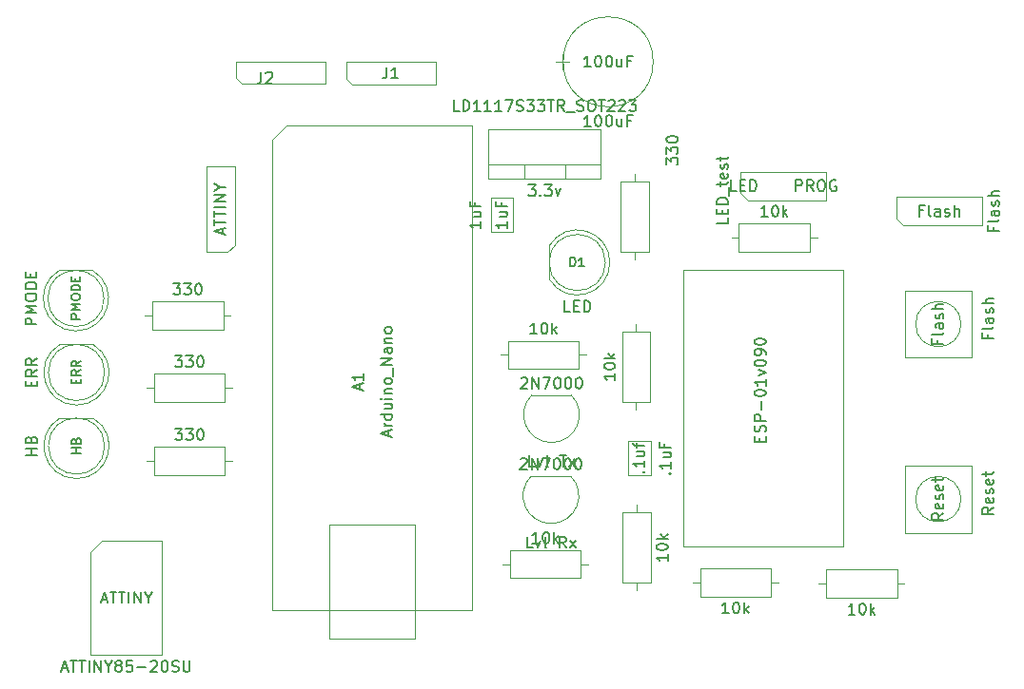
<source format=gbr>
G04 #@! TF.FileFunction,Other,Fab,Top*
%FSLAX46Y46*%
G04 Gerber Fmt 4.6, Leading zero omitted, Abs format (unit mm)*
G04 Created by KiCad (PCBNEW 4.0.7) date 12/08/18 05:52:10*
%MOMM*%
%LPD*%
G01*
G04 APERTURE LIST*
%ADD10C,0.100000*%
%ADD11C,0.050000*%
%ADD12C,0.150000*%
%ADD13C,0.200000*%
G04 APERTURE END LIST*
D10*
X142725001Y-118932600D02*
X150345001Y-118932600D01*
X150345001Y-118932600D02*
X150345001Y-129092600D01*
X150345001Y-129092600D02*
X142725001Y-129092600D01*
X142725001Y-129092600D02*
X142725001Y-118932600D01*
X155425001Y-126552600D02*
X137645001Y-126552600D01*
X137645001Y-126552600D02*
X137645001Y-84642600D01*
X137645001Y-84642600D02*
X138915001Y-83372600D01*
X138915001Y-83372600D02*
X155425001Y-83372600D01*
X155425001Y-83372600D02*
X155425001Y-126552600D01*
X159038800Y-89869200D02*
X157038800Y-89869200D01*
X157038800Y-89869200D02*
X157038800Y-92869200D01*
X157038800Y-92869200D02*
X159038800Y-92869200D01*
X159038800Y-92869200D02*
X159038800Y-89869200D01*
X171498400Y-77724000D02*
G75*
G03X171498400Y-77724000I-4000000J0D01*
G01*
X162798400Y-77724000D02*
X163998400Y-77724000D01*
X163398400Y-77074000D02*
X163398400Y-78374000D01*
X169281600Y-114550000D02*
X171281600Y-114550000D01*
X171281600Y-114550000D02*
X171281600Y-111550000D01*
X171281600Y-111550000D02*
X169281600Y-111550000D01*
X169281600Y-111550000D02*
X169281600Y-114550000D01*
X162244384Y-97075266D02*
G75*
G03X162244400Y-94135906I2500016J1469666D01*
G01*
X167244400Y-95605600D02*
G75*
G03X167244400Y-95605600I-2500000J0D01*
G01*
X162244400Y-94135906D02*
X162244400Y-97075294D01*
X118723134Y-109463184D02*
G75*
G03X121662494Y-109463200I1469666J-2500016D01*
G01*
X122692800Y-111963200D02*
G75*
G03X122692800Y-111963200I-2500000J0D01*
G01*
X121662494Y-109463200D02*
X118723106Y-109463200D01*
X118723134Y-102909984D02*
G75*
G03X121662494Y-102910000I1469666J-2500016D01*
G01*
X122692800Y-105410000D02*
G75*
G03X122692800Y-105410000I-2500000J0D01*
G01*
X121662494Y-102910000D02*
X118723106Y-102910000D01*
X118672334Y-96305984D02*
G75*
G03X121611694Y-96306000I1469666J-2500016D01*
G01*
X122642000Y-98806000D02*
G75*
G03X122642000Y-98806000I-2500000J0D01*
G01*
X121611694Y-96306000D02*
X118672306Y-96306000D01*
X144186400Y-79240000D02*
X144186400Y-77740000D01*
X144186400Y-77740000D02*
X152186400Y-77740000D01*
X152186400Y-77740000D02*
X152186400Y-79740000D01*
X152186400Y-79740000D02*
X144686400Y-79740000D01*
X144686400Y-79740000D02*
X144186400Y-79240000D01*
X134382000Y-79189200D02*
X134382000Y-77689200D01*
X134382000Y-77689200D02*
X142382000Y-77689200D01*
X142382000Y-77689200D02*
X142382000Y-79689200D01*
X142382000Y-79689200D02*
X134882000Y-79689200D01*
X134882000Y-79689200D02*
X134382000Y-79189200D01*
X164147600Y-114632800D02*
X160647600Y-114632800D01*
X160653975Y-114629175D02*
G75*
G03X162407600Y-118862800I1753625J-1753625D01*
G01*
X164161225Y-114629175D02*
G75*
G02X162407600Y-118862800I-1753625J-1753625D01*
G01*
X164198400Y-107419200D02*
X160698400Y-107419200D01*
X160704775Y-107415575D02*
G75*
G03X162458400Y-111649200I1753625J-1753625D01*
G01*
X164212025Y-107415575D02*
G75*
G02X162458400Y-111649200I-1753625J-1753625D01*
G01*
X164897200Y-105085200D02*
X164897200Y-102585200D01*
X164897200Y-102585200D02*
X158597200Y-102585200D01*
X158597200Y-102585200D02*
X158597200Y-105085200D01*
X158597200Y-105085200D02*
X164897200Y-105085200D01*
X165557200Y-103835200D02*
X164897200Y-103835200D01*
X157937200Y-103835200D02*
X158597200Y-103835200D01*
X165049600Y-123728800D02*
X165049600Y-121228800D01*
X165049600Y-121228800D02*
X158749600Y-121228800D01*
X158749600Y-121228800D02*
X158749600Y-123728800D01*
X158749600Y-123728800D02*
X165049600Y-123728800D01*
X165709600Y-122478800D02*
X165049600Y-122478800D01*
X158089600Y-122478800D02*
X158749600Y-122478800D01*
X133401200Y-114534000D02*
X133401200Y-112034000D01*
X133401200Y-112034000D02*
X127101200Y-112034000D01*
X127101200Y-112034000D02*
X127101200Y-114534000D01*
X127101200Y-114534000D02*
X133401200Y-114534000D01*
X134061200Y-113284000D02*
X133401200Y-113284000D01*
X126441200Y-113284000D02*
X127101200Y-113284000D01*
X133401200Y-108031600D02*
X133401200Y-105531600D01*
X133401200Y-105531600D02*
X127101200Y-105531600D01*
X127101200Y-105531600D02*
X127101200Y-108031600D01*
X127101200Y-108031600D02*
X133401200Y-108031600D01*
X134061200Y-106781600D02*
X133401200Y-106781600D01*
X126441200Y-106781600D02*
X127101200Y-106781600D01*
X175666000Y-122854400D02*
X175666000Y-125354400D01*
X175666000Y-125354400D02*
X181966000Y-125354400D01*
X181966000Y-125354400D02*
X181966000Y-122854400D01*
X181966000Y-122854400D02*
X175666000Y-122854400D01*
X175006000Y-124104400D02*
X175666000Y-124104400D01*
X182626000Y-124104400D02*
X181966000Y-124104400D01*
X133248800Y-101580000D02*
X133248800Y-99080000D01*
X133248800Y-99080000D02*
X126948800Y-99080000D01*
X126948800Y-99080000D02*
X126948800Y-101580000D01*
X126948800Y-101580000D02*
X133248800Y-101580000D01*
X133908800Y-100330000D02*
X133248800Y-100330000D01*
X126288800Y-100330000D02*
X126948800Y-100330000D01*
X171226800Y-101752000D02*
X168726800Y-101752000D01*
X168726800Y-101752000D02*
X168726800Y-108052000D01*
X168726800Y-108052000D02*
X171226800Y-108052000D01*
X171226800Y-108052000D02*
X171226800Y-101752000D01*
X169976800Y-101092000D02*
X169976800Y-101752000D01*
X169976800Y-108712000D02*
X169976800Y-108052000D01*
X185420400Y-94620400D02*
X185420400Y-92120400D01*
X185420400Y-92120400D02*
X179120400Y-92120400D01*
X179120400Y-92120400D02*
X179120400Y-94620400D01*
X179120400Y-94620400D02*
X185420400Y-94620400D01*
X186080400Y-93370400D02*
X185420400Y-93370400D01*
X178460400Y-93370400D02*
X179120400Y-93370400D01*
X171125200Y-88391600D02*
X168625200Y-88391600D01*
X168625200Y-88391600D02*
X168625200Y-94691600D01*
X168625200Y-94691600D02*
X171125200Y-94691600D01*
X171125200Y-94691600D02*
X171125200Y-88391600D01*
X169875200Y-87731600D02*
X169875200Y-88391600D01*
X169875200Y-95351600D02*
X169875200Y-94691600D01*
X186892800Y-122956000D02*
X186892800Y-125456000D01*
X186892800Y-125456000D02*
X193192800Y-125456000D01*
X193192800Y-125456000D02*
X193192800Y-122956000D01*
X193192800Y-122956000D02*
X186892800Y-122956000D01*
X186232800Y-124206000D02*
X186892800Y-124206000D01*
X193852800Y-124206000D02*
X193192800Y-124206000D01*
X168777600Y-124155600D02*
X171277600Y-124155600D01*
X171277600Y-124155600D02*
X171277600Y-117855600D01*
X171277600Y-117855600D02*
X168777600Y-117855600D01*
X168777600Y-117855600D02*
X168777600Y-124155600D01*
X170027600Y-124815600D02*
X170027600Y-124155600D01*
X170027600Y-117195600D02*
X170027600Y-117855600D01*
X133629400Y-94691200D02*
X131724400Y-94691200D01*
X131724400Y-94691200D02*
X131724400Y-87071200D01*
X131724400Y-87071200D02*
X134264400Y-87071200D01*
X134264400Y-87071200D02*
X134264400Y-94056200D01*
X134264400Y-94056200D02*
X133629400Y-94691200D01*
X193864800Y-116688800D02*
X193864800Y-113688800D01*
X193864800Y-113688800D02*
X199864800Y-113688800D01*
X199864800Y-113688800D02*
X199864800Y-119688800D01*
X199864800Y-119688800D02*
X193864800Y-119688800D01*
X193864800Y-119688800D02*
X193864800Y-116688800D01*
X198880364Y-116688800D02*
G75*
G03X198880364Y-116688800I-2015564J0D01*
G01*
X193141600Y-91668600D02*
X193141600Y-89763600D01*
X193141600Y-89763600D02*
X200761600Y-89763600D01*
X200761600Y-89763600D02*
X200761600Y-92303600D01*
X200761600Y-92303600D02*
X193776600Y-92303600D01*
X193776600Y-92303600D02*
X193141600Y-91668600D01*
X179273200Y-89433400D02*
X179273200Y-87528400D01*
X179273200Y-87528400D02*
X186893200Y-87528400D01*
X186893200Y-87528400D02*
X186893200Y-90068400D01*
X186893200Y-90068400D02*
X179908200Y-90068400D01*
X179908200Y-90068400D02*
X179273200Y-89433400D01*
X193864800Y-101093200D02*
X193864800Y-98093200D01*
X193864800Y-98093200D02*
X199864800Y-98093200D01*
X199864800Y-98093200D02*
X199864800Y-104093200D01*
X199864800Y-104093200D02*
X193864800Y-104093200D01*
X193864800Y-104093200D02*
X193864800Y-101093200D01*
X198880364Y-101093200D02*
G75*
G03X198880364Y-101093200I-2015564J0D01*
G01*
X166848800Y-88098000D02*
X166848800Y-83698000D01*
X166848800Y-83698000D02*
X156848800Y-83698000D01*
X156848800Y-83698000D02*
X156848800Y-88098000D01*
X156848800Y-88098000D02*
X166848800Y-88098000D01*
X166848800Y-86828000D02*
X156848800Y-86828000D01*
X163698800Y-88098000D02*
X163698800Y-86828000D01*
X159998800Y-88098000D02*
X159998800Y-86828000D01*
D11*
X174193200Y-120904000D02*
X174193200Y-96266000D01*
X174193200Y-96266000D02*
X188417200Y-96266000D01*
X188417200Y-96266000D02*
X188417200Y-120904000D01*
X188417200Y-120904000D02*
X174193200Y-120904000D01*
D10*
X122437400Y-120396000D02*
X127787400Y-120396000D01*
X127787400Y-120396000D02*
X127787400Y-130556000D01*
X127787400Y-130556000D02*
X121437400Y-130556000D01*
X121437400Y-130556000D02*
X121437400Y-121396000D01*
X121437400Y-121396000D02*
X122437400Y-120396000D01*
D12*
X147971668Y-111089743D02*
X147971668Y-110613552D01*
X148257382Y-111184981D02*
X147257382Y-110851648D01*
X148257382Y-110518314D01*
X148257382Y-110184981D02*
X147590715Y-110184981D01*
X147781191Y-110184981D02*
X147685953Y-110137362D01*
X147638334Y-110089743D01*
X147590715Y-109994505D01*
X147590715Y-109899266D01*
X148257382Y-109137361D02*
X147257382Y-109137361D01*
X148209763Y-109137361D02*
X148257382Y-109232599D01*
X148257382Y-109423076D01*
X148209763Y-109518314D01*
X148162144Y-109565933D01*
X148066906Y-109613552D01*
X147781191Y-109613552D01*
X147685953Y-109565933D01*
X147638334Y-109518314D01*
X147590715Y-109423076D01*
X147590715Y-109232599D01*
X147638334Y-109137361D01*
X147590715Y-108232599D02*
X148257382Y-108232599D01*
X147590715Y-108661171D02*
X148114525Y-108661171D01*
X148209763Y-108613552D01*
X148257382Y-108518314D01*
X148257382Y-108375456D01*
X148209763Y-108280218D01*
X148162144Y-108232599D01*
X148257382Y-107756409D02*
X147590715Y-107756409D01*
X147257382Y-107756409D02*
X147305001Y-107804028D01*
X147352620Y-107756409D01*
X147305001Y-107708790D01*
X147257382Y-107756409D01*
X147352620Y-107756409D01*
X147590715Y-107280219D02*
X148257382Y-107280219D01*
X147685953Y-107280219D02*
X147638334Y-107232600D01*
X147590715Y-107137362D01*
X147590715Y-106994504D01*
X147638334Y-106899266D01*
X147733572Y-106851647D01*
X148257382Y-106851647D01*
X148257382Y-106232600D02*
X148209763Y-106327838D01*
X148162144Y-106375457D01*
X148066906Y-106423076D01*
X147781191Y-106423076D01*
X147685953Y-106375457D01*
X147638334Y-106327838D01*
X147590715Y-106232600D01*
X147590715Y-106089742D01*
X147638334Y-105994504D01*
X147685953Y-105946885D01*
X147781191Y-105899266D01*
X148066906Y-105899266D01*
X148162144Y-105946885D01*
X148209763Y-105994504D01*
X148257382Y-106089742D01*
X148257382Y-106232600D01*
X148352620Y-105708790D02*
X148352620Y-104946885D01*
X148257382Y-104708790D02*
X147257382Y-104708790D01*
X148257382Y-104137361D01*
X147257382Y-104137361D01*
X148257382Y-103232599D02*
X147733572Y-103232599D01*
X147638334Y-103280218D01*
X147590715Y-103375456D01*
X147590715Y-103565933D01*
X147638334Y-103661171D01*
X148209763Y-103232599D02*
X148257382Y-103327837D01*
X148257382Y-103565933D01*
X148209763Y-103661171D01*
X148114525Y-103708790D01*
X148019287Y-103708790D01*
X147924049Y-103661171D01*
X147876430Y-103565933D01*
X147876430Y-103327837D01*
X147828811Y-103232599D01*
X147590715Y-102756409D02*
X148257382Y-102756409D01*
X147685953Y-102756409D02*
X147638334Y-102708790D01*
X147590715Y-102613552D01*
X147590715Y-102470694D01*
X147638334Y-102375456D01*
X147733572Y-102327837D01*
X148257382Y-102327837D01*
X148257382Y-101708790D02*
X148209763Y-101804028D01*
X148162144Y-101851647D01*
X148066906Y-101899266D01*
X147781191Y-101899266D01*
X147685953Y-101851647D01*
X147638334Y-101804028D01*
X147590715Y-101708790D01*
X147590715Y-101565932D01*
X147638334Y-101470694D01*
X147685953Y-101423075D01*
X147781191Y-101375456D01*
X148066906Y-101375456D01*
X148162144Y-101423075D01*
X148209763Y-101470694D01*
X148257382Y-101565932D01*
X148257382Y-101708790D01*
X145431668Y-106946886D02*
X145431668Y-106470695D01*
X145717382Y-107042124D02*
X144717382Y-106708791D01*
X145717382Y-106375457D01*
X145717382Y-105518314D02*
X145717382Y-106089743D01*
X145717382Y-105804029D02*
X144717382Y-105804029D01*
X144860239Y-105899267D01*
X144955477Y-105994505D01*
X145003096Y-106089743D01*
X156181181Y-91964438D02*
X156181181Y-92535867D01*
X156181181Y-92250153D02*
X155181181Y-92250153D01*
X155324038Y-92345391D01*
X155419276Y-92440629D01*
X155466895Y-92535867D01*
X155514514Y-91107295D02*
X156181181Y-91107295D01*
X155514514Y-91535867D02*
X156038324Y-91535867D01*
X156133562Y-91488248D01*
X156181181Y-91393010D01*
X156181181Y-91250152D01*
X156133562Y-91154914D01*
X156085943Y-91107295D01*
X155657371Y-90297771D02*
X155657371Y-90631105D01*
X156181181Y-90631105D02*
X155181181Y-90631105D01*
X155181181Y-90154914D01*
X158491181Y-91964438D02*
X158491181Y-92535867D01*
X158491181Y-92250153D02*
X157491181Y-92250153D01*
X157634038Y-92345391D01*
X157729276Y-92440629D01*
X157776895Y-92535867D01*
X157824514Y-91107295D02*
X158491181Y-91107295D01*
X157824514Y-91535867D02*
X158348324Y-91535867D01*
X158443562Y-91488248D01*
X158491181Y-91393010D01*
X158491181Y-91250152D01*
X158443562Y-91154914D01*
X158395943Y-91107295D01*
X157967371Y-90297771D02*
X157967371Y-90631105D01*
X158491181Y-90631105D02*
X157491181Y-90631105D01*
X157491181Y-90154914D01*
X165950781Y-83486381D02*
X165379352Y-83486381D01*
X165665066Y-83486381D02*
X165665066Y-82486381D01*
X165569828Y-82629238D01*
X165474590Y-82724476D01*
X165379352Y-82772095D01*
X166569828Y-82486381D02*
X166665067Y-82486381D01*
X166760305Y-82534000D01*
X166807924Y-82581619D01*
X166855543Y-82676857D01*
X166903162Y-82867333D01*
X166903162Y-83105429D01*
X166855543Y-83295905D01*
X166807924Y-83391143D01*
X166760305Y-83438762D01*
X166665067Y-83486381D01*
X166569828Y-83486381D01*
X166474590Y-83438762D01*
X166426971Y-83391143D01*
X166379352Y-83295905D01*
X166331733Y-83105429D01*
X166331733Y-82867333D01*
X166379352Y-82676857D01*
X166426971Y-82581619D01*
X166474590Y-82534000D01*
X166569828Y-82486381D01*
X167522209Y-82486381D02*
X167617448Y-82486381D01*
X167712686Y-82534000D01*
X167760305Y-82581619D01*
X167807924Y-82676857D01*
X167855543Y-82867333D01*
X167855543Y-83105429D01*
X167807924Y-83295905D01*
X167760305Y-83391143D01*
X167712686Y-83438762D01*
X167617448Y-83486381D01*
X167522209Y-83486381D01*
X167426971Y-83438762D01*
X167379352Y-83391143D01*
X167331733Y-83295905D01*
X167284114Y-83105429D01*
X167284114Y-82867333D01*
X167331733Y-82676857D01*
X167379352Y-82581619D01*
X167426971Y-82534000D01*
X167522209Y-82486381D01*
X168712686Y-82819714D02*
X168712686Y-83486381D01*
X168284114Y-82819714D02*
X168284114Y-83343524D01*
X168331733Y-83438762D01*
X168426971Y-83486381D01*
X168569829Y-83486381D01*
X168665067Y-83438762D01*
X168712686Y-83391143D01*
X169522210Y-82962571D02*
X169188876Y-82962571D01*
X169188876Y-83486381D02*
X169188876Y-82486381D01*
X169665067Y-82486381D01*
X165950781Y-78176381D02*
X165379352Y-78176381D01*
X165665066Y-78176381D02*
X165665066Y-77176381D01*
X165569828Y-77319238D01*
X165474590Y-77414476D01*
X165379352Y-77462095D01*
X166569828Y-77176381D02*
X166665067Y-77176381D01*
X166760305Y-77224000D01*
X166807924Y-77271619D01*
X166855543Y-77366857D01*
X166903162Y-77557333D01*
X166903162Y-77795429D01*
X166855543Y-77985905D01*
X166807924Y-78081143D01*
X166760305Y-78128762D01*
X166665067Y-78176381D01*
X166569828Y-78176381D01*
X166474590Y-78128762D01*
X166426971Y-78081143D01*
X166379352Y-77985905D01*
X166331733Y-77795429D01*
X166331733Y-77557333D01*
X166379352Y-77366857D01*
X166426971Y-77271619D01*
X166474590Y-77224000D01*
X166569828Y-77176381D01*
X167522209Y-77176381D02*
X167617448Y-77176381D01*
X167712686Y-77224000D01*
X167760305Y-77271619D01*
X167807924Y-77366857D01*
X167855543Y-77557333D01*
X167855543Y-77795429D01*
X167807924Y-77985905D01*
X167760305Y-78081143D01*
X167712686Y-78128762D01*
X167617448Y-78176381D01*
X167522209Y-78176381D01*
X167426971Y-78128762D01*
X167379352Y-78081143D01*
X167331733Y-77985905D01*
X167284114Y-77795429D01*
X167284114Y-77557333D01*
X167331733Y-77366857D01*
X167379352Y-77271619D01*
X167426971Y-77224000D01*
X167522209Y-77176381D01*
X168712686Y-77509714D02*
X168712686Y-78176381D01*
X168284114Y-77509714D02*
X168284114Y-78033524D01*
X168331733Y-78128762D01*
X168426971Y-78176381D01*
X168569829Y-78176381D01*
X168665067Y-78128762D01*
X168712686Y-78081143D01*
X169522210Y-77652571D02*
X169188876Y-77652571D01*
X169188876Y-78176381D02*
X169188876Y-77176381D01*
X169665067Y-77176381D01*
X172948743Y-114407143D02*
X172996362Y-114359524D01*
X173043981Y-114407143D01*
X172996362Y-114454762D01*
X172948743Y-114407143D01*
X173043981Y-114407143D01*
X173043981Y-113407143D02*
X173043981Y-113978572D01*
X173043981Y-113692858D02*
X172043981Y-113692858D01*
X172186838Y-113788096D01*
X172282076Y-113883334D01*
X172329695Y-113978572D01*
X172377314Y-112550000D02*
X173043981Y-112550000D01*
X172377314Y-112978572D02*
X172901124Y-112978572D01*
X172996362Y-112930953D01*
X173043981Y-112835715D01*
X173043981Y-112692857D01*
X172996362Y-112597619D01*
X172948743Y-112550000D01*
X172520171Y-111740476D02*
X172520171Y-112073810D01*
X173043981Y-112073810D02*
X172043981Y-112073810D01*
X172043981Y-111597619D01*
X170638743Y-114264286D02*
X170686362Y-114216667D01*
X170733981Y-114264286D01*
X170686362Y-114311905D01*
X170638743Y-114264286D01*
X170733981Y-114264286D01*
X170733981Y-113264286D02*
X170733981Y-113835715D01*
X170733981Y-113550001D02*
X169733981Y-113550001D01*
X169876838Y-113645239D01*
X169972076Y-113740477D01*
X170019695Y-113835715D01*
X170067314Y-112407143D02*
X170733981Y-112407143D01*
X170067314Y-112835715D02*
X170591124Y-112835715D01*
X170686362Y-112788096D01*
X170733981Y-112692858D01*
X170733981Y-112550000D01*
X170686362Y-112454762D01*
X170638743Y-112407143D01*
X170067314Y-112073810D02*
X170067314Y-111692858D01*
X170733981Y-111930953D02*
X169876838Y-111930953D01*
X169781600Y-111883334D01*
X169733981Y-111788096D01*
X169733981Y-111692858D01*
X164101543Y-100017981D02*
X163625352Y-100017981D01*
X163625352Y-99017981D01*
X164434876Y-99494171D02*
X164768210Y-99494171D01*
X164911067Y-100017981D02*
X164434876Y-100017981D01*
X164434876Y-99017981D01*
X164911067Y-99017981D01*
X165339638Y-100017981D02*
X165339638Y-99017981D01*
X165577733Y-99017981D01*
X165720591Y-99065600D01*
X165815829Y-99160838D01*
X165863448Y-99256076D01*
X165911067Y-99446552D01*
X165911067Y-99589410D01*
X165863448Y-99779886D01*
X165815829Y-99875124D01*
X165720591Y-99970362D01*
X165577733Y-100017981D01*
X165339638Y-100017981D01*
D13*
X164133924Y-95967505D02*
X164133924Y-95167505D01*
X164324400Y-95167505D01*
X164438686Y-95205600D01*
X164514877Y-95281790D01*
X164552972Y-95357981D01*
X164591067Y-95510362D01*
X164591067Y-95624648D01*
X164552972Y-95777029D01*
X164514877Y-95853219D01*
X164438686Y-95929410D01*
X164324400Y-95967505D01*
X164133924Y-95967505D01*
X165352972Y-95967505D02*
X164895829Y-95967505D01*
X165124400Y-95967505D02*
X165124400Y-95167505D01*
X165048210Y-95281790D01*
X164972019Y-95357981D01*
X164895829Y-95396076D01*
D12*
X116685181Y-112748914D02*
X115685181Y-112748914D01*
X116161371Y-112748914D02*
X116161371Y-112177485D01*
X116685181Y-112177485D02*
X115685181Y-112177485D01*
X116161371Y-111367961D02*
X116208990Y-111225104D01*
X116256610Y-111177485D01*
X116351848Y-111129866D01*
X116494705Y-111129866D01*
X116589943Y-111177485D01*
X116637562Y-111225104D01*
X116685181Y-111320342D01*
X116685181Y-111701295D01*
X115685181Y-111701295D01*
X115685181Y-111367961D01*
X115732800Y-111272723D01*
X115780419Y-111225104D01*
X115875657Y-111177485D01*
X115970895Y-111177485D01*
X116066133Y-111225104D01*
X116113752Y-111272723D01*
X116161371Y-111367961D01*
X116161371Y-111701295D01*
D13*
X120554705Y-112571771D02*
X119754705Y-112571771D01*
X120135657Y-112571771D02*
X120135657Y-112114628D01*
X120554705Y-112114628D02*
X119754705Y-112114628D01*
X120135657Y-111467009D02*
X120173752Y-111352723D01*
X120211848Y-111314628D01*
X120288038Y-111276533D01*
X120402324Y-111276533D01*
X120478514Y-111314628D01*
X120516610Y-111352723D01*
X120554705Y-111428914D01*
X120554705Y-111733676D01*
X119754705Y-111733676D01*
X119754705Y-111467009D01*
X119792800Y-111390819D01*
X119830895Y-111352723D01*
X119907086Y-111314628D01*
X119983276Y-111314628D01*
X120059467Y-111352723D01*
X120097562Y-111390819D01*
X120135657Y-111467009D01*
X120135657Y-111733676D01*
D12*
X116161371Y-106624286D02*
X116161371Y-106290952D01*
X116685181Y-106148095D02*
X116685181Y-106624286D01*
X115685181Y-106624286D01*
X115685181Y-106148095D01*
X116685181Y-105148095D02*
X116208990Y-105481429D01*
X116685181Y-105719524D02*
X115685181Y-105719524D01*
X115685181Y-105338571D01*
X115732800Y-105243333D01*
X115780419Y-105195714D01*
X115875657Y-105148095D01*
X116018514Y-105148095D01*
X116113752Y-105195714D01*
X116161371Y-105243333D01*
X116208990Y-105338571D01*
X116208990Y-105719524D01*
X116685181Y-104148095D02*
X116208990Y-104481429D01*
X116685181Y-104719524D02*
X115685181Y-104719524D01*
X115685181Y-104338571D01*
X115732800Y-104243333D01*
X115780419Y-104195714D01*
X115875657Y-104148095D01*
X116018514Y-104148095D01*
X116113752Y-104195714D01*
X116161371Y-104243333D01*
X116208990Y-104338571D01*
X116208990Y-104719524D01*
D13*
X120135657Y-106361429D02*
X120135657Y-106094762D01*
X120554705Y-105980476D02*
X120554705Y-106361429D01*
X119754705Y-106361429D01*
X119754705Y-105980476D01*
X120554705Y-105180476D02*
X120173752Y-105447143D01*
X120554705Y-105637619D02*
X119754705Y-105637619D01*
X119754705Y-105332857D01*
X119792800Y-105256666D01*
X119830895Y-105218571D01*
X119907086Y-105180476D01*
X120021371Y-105180476D01*
X120097562Y-105218571D01*
X120135657Y-105256666D01*
X120173752Y-105332857D01*
X120173752Y-105637619D01*
X120554705Y-104380476D02*
X120173752Y-104647143D01*
X120554705Y-104837619D02*
X119754705Y-104837619D01*
X119754705Y-104532857D01*
X119792800Y-104456666D01*
X119830895Y-104418571D01*
X119907086Y-104380476D01*
X120021371Y-104380476D01*
X120097562Y-104418571D01*
X120135657Y-104456666D01*
X120173752Y-104532857D01*
X120173752Y-104837619D01*
D12*
X116634381Y-101115524D02*
X115634381Y-101115524D01*
X115634381Y-100734571D01*
X115682000Y-100639333D01*
X115729619Y-100591714D01*
X115824857Y-100544095D01*
X115967714Y-100544095D01*
X116062952Y-100591714D01*
X116110571Y-100639333D01*
X116158190Y-100734571D01*
X116158190Y-101115524D01*
X116634381Y-100115524D02*
X115634381Y-100115524D01*
X116348667Y-99782190D01*
X115634381Y-99448857D01*
X116634381Y-99448857D01*
X115634381Y-98782191D02*
X115634381Y-98591714D01*
X115682000Y-98496476D01*
X115777238Y-98401238D01*
X115967714Y-98353619D01*
X116301048Y-98353619D01*
X116491524Y-98401238D01*
X116586762Y-98496476D01*
X116634381Y-98591714D01*
X116634381Y-98782191D01*
X116586762Y-98877429D01*
X116491524Y-98972667D01*
X116301048Y-99020286D01*
X115967714Y-99020286D01*
X115777238Y-98972667D01*
X115682000Y-98877429D01*
X115634381Y-98782191D01*
X116634381Y-97925048D02*
X115634381Y-97925048D01*
X115634381Y-97686953D01*
X115682000Y-97544095D01*
X115777238Y-97448857D01*
X115872476Y-97401238D01*
X116062952Y-97353619D01*
X116205810Y-97353619D01*
X116396286Y-97401238D01*
X116491524Y-97448857D01*
X116586762Y-97544095D01*
X116634381Y-97686953D01*
X116634381Y-97925048D01*
X116110571Y-96925048D02*
X116110571Y-96591714D01*
X116634381Y-96448857D02*
X116634381Y-96925048D01*
X115634381Y-96925048D01*
X115634381Y-96448857D01*
D13*
X120503905Y-100633619D02*
X119703905Y-100633619D01*
X119703905Y-100328857D01*
X119742000Y-100252666D01*
X119780095Y-100214571D01*
X119856286Y-100176476D01*
X119970571Y-100176476D01*
X120046762Y-100214571D01*
X120084857Y-100252666D01*
X120122952Y-100328857D01*
X120122952Y-100633619D01*
X120503905Y-99833619D02*
X119703905Y-99833619D01*
X120275333Y-99566952D01*
X119703905Y-99300285D01*
X120503905Y-99300285D01*
X119703905Y-98766952D02*
X119703905Y-98614571D01*
X119742000Y-98538380D01*
X119818190Y-98462190D01*
X119970571Y-98424095D01*
X120237238Y-98424095D01*
X120389619Y-98462190D01*
X120465810Y-98538380D01*
X120503905Y-98614571D01*
X120503905Y-98766952D01*
X120465810Y-98843142D01*
X120389619Y-98919333D01*
X120237238Y-98957428D01*
X119970571Y-98957428D01*
X119818190Y-98919333D01*
X119742000Y-98843142D01*
X119703905Y-98766952D01*
X120503905Y-98081238D02*
X119703905Y-98081238D01*
X119703905Y-97890762D01*
X119742000Y-97776476D01*
X119818190Y-97700285D01*
X119894381Y-97662190D01*
X120046762Y-97624095D01*
X120161048Y-97624095D01*
X120313429Y-97662190D01*
X120389619Y-97700285D01*
X120465810Y-97776476D01*
X120503905Y-97890762D01*
X120503905Y-98081238D01*
X120084857Y-97281238D02*
X120084857Y-97014571D01*
X120503905Y-96900285D02*
X120503905Y-97281238D01*
X119703905Y-97281238D01*
X119703905Y-96900285D01*
D12*
X147799467Y-78192381D02*
X147799467Y-78906667D01*
X147751847Y-79049524D01*
X147656609Y-79144762D01*
X147513752Y-79192381D01*
X147418514Y-79192381D01*
X148799467Y-79192381D02*
X148228038Y-79192381D01*
X148513752Y-79192381D02*
X148513752Y-78192381D01*
X148418514Y-78335238D01*
X148323276Y-78430476D01*
X148228038Y-78478095D01*
X136623467Y-78649581D02*
X136623467Y-79363867D01*
X136575847Y-79506724D01*
X136480609Y-79601962D01*
X136337752Y-79649581D01*
X136242514Y-79649581D01*
X137052038Y-78744819D02*
X137099657Y-78697200D01*
X137194895Y-78649581D01*
X137432991Y-78649581D01*
X137528229Y-78697200D01*
X137575848Y-78744819D01*
X137623467Y-78840057D01*
X137623467Y-78935295D01*
X137575848Y-79078152D01*
X137004419Y-79649581D01*
X137623467Y-79649581D01*
X159693314Y-113140419D02*
X159740933Y-113092800D01*
X159836171Y-113045181D01*
X160074267Y-113045181D01*
X160169505Y-113092800D01*
X160217124Y-113140419D01*
X160264743Y-113235657D01*
X160264743Y-113330895D01*
X160217124Y-113473752D01*
X159645695Y-114045181D01*
X160264743Y-114045181D01*
X160693314Y-114045181D02*
X160693314Y-113045181D01*
X161264743Y-114045181D01*
X161264743Y-113045181D01*
X161645695Y-113045181D02*
X162312362Y-113045181D01*
X161883790Y-114045181D01*
X162883790Y-113045181D02*
X162979029Y-113045181D01*
X163074267Y-113092800D01*
X163121886Y-113140419D01*
X163169505Y-113235657D01*
X163217124Y-113426133D01*
X163217124Y-113664229D01*
X163169505Y-113854705D01*
X163121886Y-113949943D01*
X163074267Y-113997562D01*
X162979029Y-114045181D01*
X162883790Y-114045181D01*
X162788552Y-113997562D01*
X162740933Y-113949943D01*
X162693314Y-113854705D01*
X162645695Y-113664229D01*
X162645695Y-113426133D01*
X162693314Y-113235657D01*
X162740933Y-113140419D01*
X162788552Y-113092800D01*
X162883790Y-113045181D01*
X163836171Y-113045181D02*
X163931410Y-113045181D01*
X164026648Y-113092800D01*
X164074267Y-113140419D01*
X164121886Y-113235657D01*
X164169505Y-113426133D01*
X164169505Y-113664229D01*
X164121886Y-113854705D01*
X164074267Y-113949943D01*
X164026648Y-113997562D01*
X163931410Y-114045181D01*
X163836171Y-114045181D01*
X163740933Y-113997562D01*
X163693314Y-113949943D01*
X163645695Y-113854705D01*
X163598076Y-113664229D01*
X163598076Y-113426133D01*
X163645695Y-113235657D01*
X163693314Y-113140419D01*
X163740933Y-113092800D01*
X163836171Y-113045181D01*
X164788552Y-113045181D02*
X164883791Y-113045181D01*
X164979029Y-113092800D01*
X165026648Y-113140419D01*
X165074267Y-113235657D01*
X165121886Y-113426133D01*
X165121886Y-113664229D01*
X165074267Y-113854705D01*
X165026648Y-113949943D01*
X164979029Y-113997562D01*
X164883791Y-114045181D01*
X164788552Y-114045181D01*
X164693314Y-113997562D01*
X164645695Y-113949943D01*
X164598076Y-113854705D01*
X164550457Y-113664229D01*
X164550457Y-113426133D01*
X164598076Y-113235657D01*
X164645695Y-113140419D01*
X164693314Y-113092800D01*
X164788552Y-113045181D01*
X160788552Y-121025181D02*
X160312361Y-121025181D01*
X160312361Y-120025181D01*
X161026647Y-120358514D02*
X161264742Y-121025181D01*
X161502838Y-120358514D01*
X162026647Y-121025181D02*
X161931409Y-120977562D01*
X161883790Y-120882324D01*
X161883790Y-120025181D01*
X163740934Y-121025181D02*
X163407600Y-120548990D01*
X163169505Y-121025181D02*
X163169505Y-120025181D01*
X163550458Y-120025181D01*
X163645696Y-120072800D01*
X163693315Y-120120419D01*
X163740934Y-120215657D01*
X163740934Y-120358514D01*
X163693315Y-120453752D01*
X163645696Y-120501371D01*
X163550458Y-120548990D01*
X163169505Y-120548990D01*
X164074267Y-121025181D02*
X164598077Y-120358514D01*
X164074267Y-120358514D02*
X164598077Y-121025181D01*
X159744114Y-105926819D02*
X159791733Y-105879200D01*
X159886971Y-105831581D01*
X160125067Y-105831581D01*
X160220305Y-105879200D01*
X160267924Y-105926819D01*
X160315543Y-106022057D01*
X160315543Y-106117295D01*
X160267924Y-106260152D01*
X159696495Y-106831581D01*
X160315543Y-106831581D01*
X160744114Y-106831581D02*
X160744114Y-105831581D01*
X161315543Y-106831581D01*
X161315543Y-105831581D01*
X161696495Y-105831581D02*
X162363162Y-105831581D01*
X161934590Y-106831581D01*
X162934590Y-105831581D02*
X163029829Y-105831581D01*
X163125067Y-105879200D01*
X163172686Y-105926819D01*
X163220305Y-106022057D01*
X163267924Y-106212533D01*
X163267924Y-106450629D01*
X163220305Y-106641105D01*
X163172686Y-106736343D01*
X163125067Y-106783962D01*
X163029829Y-106831581D01*
X162934590Y-106831581D01*
X162839352Y-106783962D01*
X162791733Y-106736343D01*
X162744114Y-106641105D01*
X162696495Y-106450629D01*
X162696495Y-106212533D01*
X162744114Y-106022057D01*
X162791733Y-105926819D01*
X162839352Y-105879200D01*
X162934590Y-105831581D01*
X163886971Y-105831581D02*
X163982210Y-105831581D01*
X164077448Y-105879200D01*
X164125067Y-105926819D01*
X164172686Y-106022057D01*
X164220305Y-106212533D01*
X164220305Y-106450629D01*
X164172686Y-106641105D01*
X164125067Y-106736343D01*
X164077448Y-106783962D01*
X163982210Y-106831581D01*
X163886971Y-106831581D01*
X163791733Y-106783962D01*
X163744114Y-106736343D01*
X163696495Y-106641105D01*
X163648876Y-106450629D01*
X163648876Y-106212533D01*
X163696495Y-106022057D01*
X163744114Y-105926819D01*
X163791733Y-105879200D01*
X163886971Y-105831581D01*
X164839352Y-105831581D02*
X164934591Y-105831581D01*
X165029829Y-105879200D01*
X165077448Y-105926819D01*
X165125067Y-106022057D01*
X165172686Y-106212533D01*
X165172686Y-106450629D01*
X165125067Y-106641105D01*
X165077448Y-106736343D01*
X165029829Y-106783962D01*
X164934591Y-106831581D01*
X164839352Y-106831581D01*
X164744114Y-106783962D01*
X164696495Y-106736343D01*
X164648876Y-106641105D01*
X164601257Y-106450629D01*
X164601257Y-106212533D01*
X164648876Y-106022057D01*
X164696495Y-105926819D01*
X164744114Y-105879200D01*
X164839352Y-105831581D01*
X160958400Y-113811581D02*
X160482209Y-113811581D01*
X160482209Y-112811581D01*
X161196495Y-113144914D02*
X161434590Y-113811581D01*
X161672686Y-113144914D01*
X162196495Y-113811581D02*
X162101257Y-113763962D01*
X162053638Y-113668724D01*
X162053638Y-112811581D01*
X163196496Y-112811581D02*
X163767925Y-112811581D01*
X163482210Y-113811581D02*
X163482210Y-112811581D01*
X164006020Y-113811581D02*
X164529830Y-113144914D01*
X164006020Y-113144914D02*
X164529830Y-113811581D01*
X161151962Y-101977581D02*
X160580533Y-101977581D01*
X160866247Y-101977581D02*
X160866247Y-100977581D01*
X160771009Y-101120438D01*
X160675771Y-101215676D01*
X160580533Y-101263295D01*
X161771009Y-100977581D02*
X161866248Y-100977581D01*
X161961486Y-101025200D01*
X162009105Y-101072819D01*
X162056724Y-101168057D01*
X162104343Y-101358533D01*
X162104343Y-101596629D01*
X162056724Y-101787105D01*
X162009105Y-101882343D01*
X161961486Y-101929962D01*
X161866248Y-101977581D01*
X161771009Y-101977581D01*
X161675771Y-101929962D01*
X161628152Y-101882343D01*
X161580533Y-101787105D01*
X161532914Y-101596629D01*
X161532914Y-101358533D01*
X161580533Y-101168057D01*
X161628152Y-101072819D01*
X161675771Y-101025200D01*
X161771009Y-100977581D01*
X162532914Y-101977581D02*
X162532914Y-100977581D01*
X162628152Y-101596629D02*
X162913867Y-101977581D01*
X162913867Y-101310914D02*
X162532914Y-101691867D01*
X161304362Y-120621181D02*
X160732933Y-120621181D01*
X161018647Y-120621181D02*
X161018647Y-119621181D01*
X160923409Y-119764038D01*
X160828171Y-119859276D01*
X160732933Y-119906895D01*
X161923409Y-119621181D02*
X162018648Y-119621181D01*
X162113886Y-119668800D01*
X162161505Y-119716419D01*
X162209124Y-119811657D01*
X162256743Y-120002133D01*
X162256743Y-120240229D01*
X162209124Y-120430705D01*
X162161505Y-120525943D01*
X162113886Y-120573562D01*
X162018648Y-120621181D01*
X161923409Y-120621181D01*
X161828171Y-120573562D01*
X161780552Y-120525943D01*
X161732933Y-120430705D01*
X161685314Y-120240229D01*
X161685314Y-120002133D01*
X161732933Y-119811657D01*
X161780552Y-119716419D01*
X161828171Y-119668800D01*
X161923409Y-119621181D01*
X162685314Y-120621181D02*
X162685314Y-119621181D01*
X162780552Y-120240229D02*
X163066267Y-120621181D01*
X163066267Y-119954514D02*
X162685314Y-120335467D01*
X128965486Y-110426381D02*
X129584534Y-110426381D01*
X129251200Y-110807333D01*
X129394058Y-110807333D01*
X129489296Y-110854952D01*
X129536915Y-110902571D01*
X129584534Y-110997810D01*
X129584534Y-111235905D01*
X129536915Y-111331143D01*
X129489296Y-111378762D01*
X129394058Y-111426381D01*
X129108343Y-111426381D01*
X129013105Y-111378762D01*
X128965486Y-111331143D01*
X129917867Y-110426381D02*
X130536915Y-110426381D01*
X130203581Y-110807333D01*
X130346439Y-110807333D01*
X130441677Y-110854952D01*
X130489296Y-110902571D01*
X130536915Y-110997810D01*
X130536915Y-111235905D01*
X130489296Y-111331143D01*
X130441677Y-111378762D01*
X130346439Y-111426381D01*
X130060724Y-111426381D01*
X129965486Y-111378762D01*
X129917867Y-111331143D01*
X131155962Y-110426381D02*
X131251201Y-110426381D01*
X131346439Y-110474000D01*
X131394058Y-110521619D01*
X131441677Y-110616857D01*
X131489296Y-110807333D01*
X131489296Y-111045429D01*
X131441677Y-111235905D01*
X131394058Y-111331143D01*
X131346439Y-111378762D01*
X131251201Y-111426381D01*
X131155962Y-111426381D01*
X131060724Y-111378762D01*
X131013105Y-111331143D01*
X130965486Y-111235905D01*
X130917867Y-111045429D01*
X130917867Y-110807333D01*
X130965486Y-110616857D01*
X131013105Y-110521619D01*
X131060724Y-110474000D01*
X131155962Y-110426381D01*
X128965486Y-103923981D02*
X129584534Y-103923981D01*
X129251200Y-104304933D01*
X129394058Y-104304933D01*
X129489296Y-104352552D01*
X129536915Y-104400171D01*
X129584534Y-104495410D01*
X129584534Y-104733505D01*
X129536915Y-104828743D01*
X129489296Y-104876362D01*
X129394058Y-104923981D01*
X129108343Y-104923981D01*
X129013105Y-104876362D01*
X128965486Y-104828743D01*
X129917867Y-103923981D02*
X130536915Y-103923981D01*
X130203581Y-104304933D01*
X130346439Y-104304933D01*
X130441677Y-104352552D01*
X130489296Y-104400171D01*
X130536915Y-104495410D01*
X130536915Y-104733505D01*
X130489296Y-104828743D01*
X130441677Y-104876362D01*
X130346439Y-104923981D01*
X130060724Y-104923981D01*
X129965486Y-104876362D01*
X129917867Y-104828743D01*
X131155962Y-103923981D02*
X131251201Y-103923981D01*
X131346439Y-103971600D01*
X131394058Y-104019219D01*
X131441677Y-104114457D01*
X131489296Y-104304933D01*
X131489296Y-104543029D01*
X131441677Y-104733505D01*
X131394058Y-104828743D01*
X131346439Y-104876362D01*
X131251201Y-104923981D01*
X131155962Y-104923981D01*
X131060724Y-104876362D01*
X131013105Y-104828743D01*
X130965486Y-104733505D01*
X130917867Y-104543029D01*
X130917867Y-104304933D01*
X130965486Y-104114457D01*
X131013105Y-104019219D01*
X131060724Y-103971600D01*
X131155962Y-103923981D01*
X178220762Y-126866781D02*
X177649333Y-126866781D01*
X177935047Y-126866781D02*
X177935047Y-125866781D01*
X177839809Y-126009638D01*
X177744571Y-126104876D01*
X177649333Y-126152495D01*
X178839809Y-125866781D02*
X178935048Y-125866781D01*
X179030286Y-125914400D01*
X179077905Y-125962019D01*
X179125524Y-126057257D01*
X179173143Y-126247733D01*
X179173143Y-126485829D01*
X179125524Y-126676305D01*
X179077905Y-126771543D01*
X179030286Y-126819162D01*
X178935048Y-126866781D01*
X178839809Y-126866781D01*
X178744571Y-126819162D01*
X178696952Y-126771543D01*
X178649333Y-126676305D01*
X178601714Y-126485829D01*
X178601714Y-126247733D01*
X178649333Y-126057257D01*
X178696952Y-125962019D01*
X178744571Y-125914400D01*
X178839809Y-125866781D01*
X179601714Y-126866781D02*
X179601714Y-125866781D01*
X179696952Y-126485829D02*
X179982667Y-126866781D01*
X179982667Y-126200114D02*
X179601714Y-126581067D01*
X128813086Y-97472381D02*
X129432134Y-97472381D01*
X129098800Y-97853333D01*
X129241658Y-97853333D01*
X129336896Y-97900952D01*
X129384515Y-97948571D01*
X129432134Y-98043810D01*
X129432134Y-98281905D01*
X129384515Y-98377143D01*
X129336896Y-98424762D01*
X129241658Y-98472381D01*
X128955943Y-98472381D01*
X128860705Y-98424762D01*
X128813086Y-98377143D01*
X129765467Y-97472381D02*
X130384515Y-97472381D01*
X130051181Y-97853333D01*
X130194039Y-97853333D01*
X130289277Y-97900952D01*
X130336896Y-97948571D01*
X130384515Y-98043810D01*
X130384515Y-98281905D01*
X130336896Y-98377143D01*
X130289277Y-98424762D01*
X130194039Y-98472381D01*
X129908324Y-98472381D01*
X129813086Y-98424762D01*
X129765467Y-98377143D01*
X131003562Y-97472381D02*
X131098801Y-97472381D01*
X131194039Y-97520000D01*
X131241658Y-97567619D01*
X131289277Y-97662857D01*
X131336896Y-97853333D01*
X131336896Y-98091429D01*
X131289277Y-98281905D01*
X131241658Y-98377143D01*
X131194039Y-98424762D01*
X131098801Y-98472381D01*
X131003562Y-98472381D01*
X130908324Y-98424762D01*
X130860705Y-98377143D01*
X130813086Y-98281905D01*
X130765467Y-98091429D01*
X130765467Y-97853333D01*
X130813086Y-97662857D01*
X130860705Y-97567619D01*
X130908324Y-97520000D01*
X131003562Y-97472381D01*
X168119181Y-105497238D02*
X168119181Y-106068667D01*
X168119181Y-105782953D02*
X167119181Y-105782953D01*
X167262038Y-105878191D01*
X167357276Y-105973429D01*
X167404895Y-106068667D01*
X167119181Y-104878191D02*
X167119181Y-104782952D01*
X167166800Y-104687714D01*
X167214419Y-104640095D01*
X167309657Y-104592476D01*
X167500133Y-104544857D01*
X167738229Y-104544857D01*
X167928705Y-104592476D01*
X168023943Y-104640095D01*
X168071562Y-104687714D01*
X168119181Y-104782952D01*
X168119181Y-104878191D01*
X168071562Y-104973429D01*
X168023943Y-105021048D01*
X167928705Y-105068667D01*
X167738229Y-105116286D01*
X167500133Y-105116286D01*
X167309657Y-105068667D01*
X167214419Y-105021048D01*
X167166800Y-104973429D01*
X167119181Y-104878191D01*
X168119181Y-104116286D02*
X167119181Y-104116286D01*
X167738229Y-104021048D02*
X168119181Y-103735333D01*
X167452514Y-103735333D02*
X167833467Y-104116286D01*
X181675162Y-91512781D02*
X181103733Y-91512781D01*
X181389447Y-91512781D02*
X181389447Y-90512781D01*
X181294209Y-90655638D01*
X181198971Y-90750876D01*
X181103733Y-90798495D01*
X182294209Y-90512781D02*
X182389448Y-90512781D01*
X182484686Y-90560400D01*
X182532305Y-90608019D01*
X182579924Y-90703257D01*
X182627543Y-90893733D01*
X182627543Y-91131829D01*
X182579924Y-91322305D01*
X182532305Y-91417543D01*
X182484686Y-91465162D01*
X182389448Y-91512781D01*
X182294209Y-91512781D01*
X182198971Y-91465162D01*
X182151352Y-91417543D01*
X182103733Y-91322305D01*
X182056114Y-91131829D01*
X182056114Y-90893733D01*
X182103733Y-90703257D01*
X182151352Y-90608019D01*
X182198971Y-90560400D01*
X182294209Y-90512781D01*
X183056114Y-91512781D02*
X183056114Y-90512781D01*
X183151352Y-91131829D02*
X183437067Y-91512781D01*
X183437067Y-90846114D02*
X183056114Y-91227067D01*
X172680381Y-86883714D02*
X172680381Y-86264666D01*
X173061333Y-86598000D01*
X173061333Y-86455142D01*
X173108952Y-86359904D01*
X173156571Y-86312285D01*
X173251810Y-86264666D01*
X173489905Y-86264666D01*
X173585143Y-86312285D01*
X173632762Y-86359904D01*
X173680381Y-86455142D01*
X173680381Y-86740857D01*
X173632762Y-86836095D01*
X173585143Y-86883714D01*
X172680381Y-85931333D02*
X172680381Y-85312285D01*
X173061333Y-85645619D01*
X173061333Y-85502761D01*
X173108952Y-85407523D01*
X173156571Y-85359904D01*
X173251810Y-85312285D01*
X173489905Y-85312285D01*
X173585143Y-85359904D01*
X173632762Y-85407523D01*
X173680381Y-85502761D01*
X173680381Y-85788476D01*
X173632762Y-85883714D01*
X173585143Y-85931333D01*
X172680381Y-84693238D02*
X172680381Y-84597999D01*
X172728000Y-84502761D01*
X172775619Y-84455142D01*
X172870857Y-84407523D01*
X173061333Y-84359904D01*
X173299429Y-84359904D01*
X173489905Y-84407523D01*
X173585143Y-84455142D01*
X173632762Y-84502761D01*
X173680381Y-84597999D01*
X173680381Y-84693238D01*
X173632762Y-84788476D01*
X173585143Y-84836095D01*
X173489905Y-84883714D01*
X173299429Y-84931333D01*
X173061333Y-84931333D01*
X172870857Y-84883714D01*
X172775619Y-84836095D01*
X172728000Y-84788476D01*
X172680381Y-84693238D01*
X189447562Y-126968381D02*
X188876133Y-126968381D01*
X189161847Y-126968381D02*
X189161847Y-125968381D01*
X189066609Y-126111238D01*
X188971371Y-126206476D01*
X188876133Y-126254095D01*
X190066609Y-125968381D02*
X190161848Y-125968381D01*
X190257086Y-126016000D01*
X190304705Y-126063619D01*
X190352324Y-126158857D01*
X190399943Y-126349333D01*
X190399943Y-126587429D01*
X190352324Y-126777905D01*
X190304705Y-126873143D01*
X190257086Y-126920762D01*
X190161848Y-126968381D01*
X190066609Y-126968381D01*
X189971371Y-126920762D01*
X189923752Y-126873143D01*
X189876133Y-126777905D01*
X189828514Y-126587429D01*
X189828514Y-126349333D01*
X189876133Y-126158857D01*
X189923752Y-126063619D01*
X189971371Y-126016000D01*
X190066609Y-125968381D01*
X190828514Y-126968381D02*
X190828514Y-125968381D01*
X190923752Y-126587429D02*
X191209467Y-126968381D01*
X191209467Y-126301714D02*
X190828514Y-126682667D01*
X172789981Y-121600838D02*
X172789981Y-122172267D01*
X172789981Y-121886553D02*
X171789981Y-121886553D01*
X171932838Y-121981791D01*
X172028076Y-122077029D01*
X172075695Y-122172267D01*
X171789981Y-120981791D02*
X171789981Y-120886552D01*
X171837600Y-120791314D01*
X171885219Y-120743695D01*
X171980457Y-120696076D01*
X172170933Y-120648457D01*
X172409029Y-120648457D01*
X172599505Y-120696076D01*
X172694743Y-120743695D01*
X172742362Y-120791314D01*
X172789981Y-120886552D01*
X172789981Y-120981791D01*
X172742362Y-121077029D01*
X172694743Y-121124648D01*
X172599505Y-121172267D01*
X172409029Y-121219886D01*
X172170933Y-121219886D01*
X171980457Y-121172267D01*
X171885219Y-121124648D01*
X171837600Y-121077029D01*
X171789981Y-120981791D01*
X172789981Y-120219886D02*
X171789981Y-120219886D01*
X172409029Y-120124648D02*
X172789981Y-119838933D01*
X172123314Y-119838933D02*
X172504267Y-120219886D01*
X133161067Y-93071676D02*
X133161067Y-92595485D01*
X133446781Y-93166914D02*
X132446781Y-92833581D01*
X133446781Y-92500247D01*
X132446781Y-92309771D02*
X132446781Y-91738342D01*
X133446781Y-92024057D02*
X132446781Y-92024057D01*
X132446781Y-91547866D02*
X132446781Y-90976437D01*
X133446781Y-91262152D02*
X132446781Y-91262152D01*
X133446781Y-90643104D02*
X132446781Y-90643104D01*
X133446781Y-90166914D02*
X132446781Y-90166914D01*
X133446781Y-89595485D01*
X132446781Y-89595485D01*
X132970590Y-88928819D02*
X133446781Y-88928819D01*
X132446781Y-89262152D02*
X132970590Y-88928819D01*
X132446781Y-88595485D01*
X201767181Y-117426895D02*
X201290990Y-117760229D01*
X201767181Y-117998324D02*
X200767181Y-117998324D01*
X200767181Y-117617371D01*
X200814800Y-117522133D01*
X200862419Y-117474514D01*
X200957657Y-117426895D01*
X201100514Y-117426895D01*
X201195752Y-117474514D01*
X201243371Y-117522133D01*
X201290990Y-117617371D01*
X201290990Y-117998324D01*
X201719562Y-116617371D02*
X201767181Y-116712609D01*
X201767181Y-116903086D01*
X201719562Y-116998324D01*
X201624324Y-117045943D01*
X201243371Y-117045943D01*
X201148133Y-116998324D01*
X201100514Y-116903086D01*
X201100514Y-116712609D01*
X201148133Y-116617371D01*
X201243371Y-116569752D01*
X201338610Y-116569752D01*
X201433848Y-117045943D01*
X201719562Y-116188800D02*
X201767181Y-116093562D01*
X201767181Y-115903086D01*
X201719562Y-115807847D01*
X201624324Y-115760228D01*
X201576705Y-115760228D01*
X201481467Y-115807847D01*
X201433848Y-115903086D01*
X201433848Y-116045943D01*
X201386229Y-116141181D01*
X201290990Y-116188800D01*
X201243371Y-116188800D01*
X201148133Y-116141181D01*
X201100514Y-116045943D01*
X201100514Y-115903086D01*
X201148133Y-115807847D01*
X201719562Y-114950704D02*
X201767181Y-115045942D01*
X201767181Y-115236419D01*
X201719562Y-115331657D01*
X201624324Y-115379276D01*
X201243371Y-115379276D01*
X201148133Y-115331657D01*
X201100514Y-115236419D01*
X201100514Y-115045942D01*
X201148133Y-114950704D01*
X201243371Y-114903085D01*
X201338610Y-114903085D01*
X201433848Y-115379276D01*
X201100514Y-114617371D02*
X201100514Y-114236419D01*
X200767181Y-114474514D02*
X201624324Y-114474514D01*
X201719562Y-114426895D01*
X201767181Y-114331657D01*
X201767181Y-114236419D01*
X197317181Y-117926895D02*
X196840990Y-118260229D01*
X197317181Y-118498324D02*
X196317181Y-118498324D01*
X196317181Y-118117371D01*
X196364800Y-118022133D01*
X196412419Y-117974514D01*
X196507657Y-117926895D01*
X196650514Y-117926895D01*
X196745752Y-117974514D01*
X196793371Y-118022133D01*
X196840990Y-118117371D01*
X196840990Y-118498324D01*
X197269562Y-117117371D02*
X197317181Y-117212609D01*
X197317181Y-117403086D01*
X197269562Y-117498324D01*
X197174324Y-117545943D01*
X196793371Y-117545943D01*
X196698133Y-117498324D01*
X196650514Y-117403086D01*
X196650514Y-117212609D01*
X196698133Y-117117371D01*
X196793371Y-117069752D01*
X196888610Y-117069752D01*
X196983848Y-117545943D01*
X197269562Y-116688800D02*
X197317181Y-116593562D01*
X197317181Y-116403086D01*
X197269562Y-116307847D01*
X197174324Y-116260228D01*
X197126705Y-116260228D01*
X197031467Y-116307847D01*
X196983848Y-116403086D01*
X196983848Y-116545943D01*
X196936229Y-116641181D01*
X196840990Y-116688800D01*
X196793371Y-116688800D01*
X196698133Y-116641181D01*
X196650514Y-116545943D01*
X196650514Y-116403086D01*
X196698133Y-116307847D01*
X197269562Y-115450704D02*
X197317181Y-115545942D01*
X197317181Y-115736419D01*
X197269562Y-115831657D01*
X197174324Y-115879276D01*
X196793371Y-115879276D01*
X196698133Y-115831657D01*
X196650514Y-115736419D01*
X196650514Y-115545942D01*
X196698133Y-115450704D01*
X196793371Y-115403085D01*
X196888610Y-115403085D01*
X196983848Y-115879276D01*
X196650514Y-115117371D02*
X196650514Y-114736419D01*
X196317181Y-114974514D02*
X197174324Y-114974514D01*
X197269562Y-114926895D01*
X197317181Y-114831657D01*
X197317181Y-114736419D01*
X201750171Y-92462171D02*
X201750171Y-92795505D01*
X202273981Y-92795505D02*
X201273981Y-92795505D01*
X201273981Y-92319314D01*
X202273981Y-91795505D02*
X202226362Y-91890743D01*
X202131124Y-91938362D01*
X201273981Y-91938362D01*
X202273981Y-90985980D02*
X201750171Y-90985980D01*
X201654933Y-91033599D01*
X201607314Y-91128837D01*
X201607314Y-91319314D01*
X201654933Y-91414552D01*
X202226362Y-90985980D02*
X202273981Y-91081218D01*
X202273981Y-91319314D01*
X202226362Y-91414552D01*
X202131124Y-91462171D01*
X202035886Y-91462171D01*
X201940648Y-91414552D01*
X201893029Y-91319314D01*
X201893029Y-91081218D01*
X201845410Y-90985980D01*
X202226362Y-90557409D02*
X202273981Y-90462171D01*
X202273981Y-90271695D01*
X202226362Y-90176456D01*
X202131124Y-90128837D01*
X202083505Y-90128837D01*
X201988267Y-90176456D01*
X201940648Y-90271695D01*
X201940648Y-90414552D01*
X201893029Y-90509790D01*
X201797790Y-90557409D01*
X201750171Y-90557409D01*
X201654933Y-90509790D01*
X201607314Y-90414552D01*
X201607314Y-90271695D01*
X201654933Y-90176456D01*
X202273981Y-89700266D02*
X201273981Y-89700266D01*
X202273981Y-89271694D02*
X201750171Y-89271694D01*
X201654933Y-89319313D01*
X201607314Y-89414551D01*
X201607314Y-89557409D01*
X201654933Y-89652647D01*
X201702552Y-89700266D01*
X195523029Y-90962171D02*
X195189695Y-90962171D01*
X195189695Y-91485981D02*
X195189695Y-90485981D01*
X195665886Y-90485981D01*
X196189695Y-91485981D02*
X196094457Y-91438362D01*
X196046838Y-91343124D01*
X196046838Y-90485981D01*
X196999220Y-91485981D02*
X196999220Y-90962171D01*
X196951601Y-90866933D01*
X196856363Y-90819314D01*
X196665886Y-90819314D01*
X196570648Y-90866933D01*
X196999220Y-91438362D02*
X196903982Y-91485981D01*
X196665886Y-91485981D01*
X196570648Y-91438362D01*
X196523029Y-91343124D01*
X196523029Y-91247886D01*
X196570648Y-91152648D01*
X196665886Y-91105029D01*
X196903982Y-91105029D01*
X196999220Y-91057410D01*
X197427791Y-91438362D02*
X197523029Y-91485981D01*
X197713505Y-91485981D01*
X197808744Y-91438362D01*
X197856363Y-91343124D01*
X197856363Y-91295505D01*
X197808744Y-91200267D01*
X197713505Y-91152648D01*
X197570648Y-91152648D01*
X197475410Y-91105029D01*
X197427791Y-91009790D01*
X197427791Y-90962171D01*
X197475410Y-90866933D01*
X197570648Y-90819314D01*
X197713505Y-90819314D01*
X197808744Y-90866933D01*
X198284934Y-91485981D02*
X198284934Y-90485981D01*
X198713506Y-91485981D02*
X198713506Y-90962171D01*
X198665887Y-90866933D01*
X198570649Y-90819314D01*
X198427791Y-90819314D01*
X198332553Y-90866933D01*
X198284934Y-90914552D01*
X178150781Y-91633372D02*
X178150781Y-92109563D01*
X177150781Y-92109563D01*
X177626971Y-91300039D02*
X177626971Y-90966705D01*
X178150781Y-90823848D02*
X178150781Y-91300039D01*
X177150781Y-91300039D01*
X177150781Y-90823848D01*
X178150781Y-90395277D02*
X177150781Y-90395277D01*
X177150781Y-90157182D01*
X177198400Y-90014324D01*
X177293638Y-89919086D01*
X177388876Y-89871467D01*
X177579352Y-89823848D01*
X177722210Y-89823848D01*
X177912686Y-89871467D01*
X178007924Y-89919086D01*
X178103162Y-90014324D01*
X178150781Y-90157182D01*
X178150781Y-90395277D01*
X178246019Y-89633372D02*
X178246019Y-88871467D01*
X177484114Y-88776229D02*
X177484114Y-88395277D01*
X177150781Y-88633372D02*
X178007924Y-88633372D01*
X178103162Y-88585753D01*
X178150781Y-88490515D01*
X178150781Y-88395277D01*
X178103162Y-87680990D02*
X178150781Y-87776228D01*
X178150781Y-87966705D01*
X178103162Y-88061943D01*
X178007924Y-88109562D01*
X177626971Y-88109562D01*
X177531733Y-88061943D01*
X177484114Y-87966705D01*
X177484114Y-87776228D01*
X177531733Y-87680990D01*
X177626971Y-87633371D01*
X177722210Y-87633371D01*
X177817448Y-88109562D01*
X178103162Y-87252419D02*
X178150781Y-87157181D01*
X178150781Y-86966705D01*
X178103162Y-86871466D01*
X178007924Y-86823847D01*
X177960305Y-86823847D01*
X177865067Y-86871466D01*
X177817448Y-86966705D01*
X177817448Y-87109562D01*
X177769829Y-87204800D01*
X177674590Y-87252419D01*
X177626971Y-87252419D01*
X177531733Y-87204800D01*
X177484114Y-87109562D01*
X177484114Y-86966705D01*
X177531733Y-86871466D01*
X177484114Y-86538133D02*
X177484114Y-86157181D01*
X177150781Y-86395276D02*
X178007924Y-86395276D01*
X178103162Y-86347657D01*
X178150781Y-86252419D01*
X178150781Y-86157181D01*
X178892724Y-89250781D02*
X178416533Y-89250781D01*
X178416533Y-88250781D01*
X179226057Y-88726971D02*
X179559391Y-88726971D01*
X179702248Y-89250781D02*
X179226057Y-89250781D01*
X179226057Y-88250781D01*
X179702248Y-88250781D01*
X180130819Y-89250781D02*
X180130819Y-88250781D01*
X180368914Y-88250781D01*
X180511772Y-88298400D01*
X180607010Y-88393638D01*
X180654629Y-88488876D01*
X180702248Y-88679352D01*
X180702248Y-88822210D01*
X180654629Y-89012686D01*
X180607010Y-89107924D01*
X180511772Y-89203162D01*
X180368914Y-89250781D01*
X180130819Y-89250781D01*
X184178439Y-89250781D02*
X184178439Y-88250781D01*
X184559392Y-88250781D01*
X184654630Y-88298400D01*
X184702249Y-88346019D01*
X184749868Y-88441257D01*
X184749868Y-88584114D01*
X184702249Y-88679352D01*
X184654630Y-88726971D01*
X184559392Y-88774590D01*
X184178439Y-88774590D01*
X185749868Y-89250781D02*
X185416534Y-88774590D01*
X185178439Y-89250781D02*
X185178439Y-88250781D01*
X185559392Y-88250781D01*
X185654630Y-88298400D01*
X185702249Y-88346019D01*
X185749868Y-88441257D01*
X185749868Y-88584114D01*
X185702249Y-88679352D01*
X185654630Y-88726971D01*
X185559392Y-88774590D01*
X185178439Y-88774590D01*
X186368915Y-88250781D02*
X186559392Y-88250781D01*
X186654630Y-88298400D01*
X186749868Y-88393638D01*
X186797487Y-88584114D01*
X186797487Y-88917448D01*
X186749868Y-89107924D01*
X186654630Y-89203162D01*
X186559392Y-89250781D01*
X186368915Y-89250781D01*
X186273677Y-89203162D01*
X186178439Y-89107924D01*
X186130820Y-88917448D01*
X186130820Y-88584114D01*
X186178439Y-88393638D01*
X186273677Y-88298400D01*
X186368915Y-88250781D01*
X187749868Y-88298400D02*
X187654630Y-88250781D01*
X187511773Y-88250781D01*
X187368915Y-88298400D01*
X187273677Y-88393638D01*
X187226058Y-88488876D01*
X187178439Y-88679352D01*
X187178439Y-88822210D01*
X187226058Y-89012686D01*
X187273677Y-89107924D01*
X187368915Y-89203162D01*
X187511773Y-89250781D01*
X187607011Y-89250781D01*
X187749868Y-89203162D01*
X187797487Y-89155543D01*
X187797487Y-88822210D01*
X187607011Y-88822210D01*
X201243371Y-102021771D02*
X201243371Y-102355105D01*
X201767181Y-102355105D02*
X200767181Y-102355105D01*
X200767181Y-101878914D01*
X201767181Y-101355105D02*
X201719562Y-101450343D01*
X201624324Y-101497962D01*
X200767181Y-101497962D01*
X201767181Y-100545580D02*
X201243371Y-100545580D01*
X201148133Y-100593199D01*
X201100514Y-100688437D01*
X201100514Y-100878914D01*
X201148133Y-100974152D01*
X201719562Y-100545580D02*
X201767181Y-100640818D01*
X201767181Y-100878914D01*
X201719562Y-100974152D01*
X201624324Y-101021771D01*
X201529086Y-101021771D01*
X201433848Y-100974152D01*
X201386229Y-100878914D01*
X201386229Y-100640818D01*
X201338610Y-100545580D01*
X201719562Y-100117009D02*
X201767181Y-100021771D01*
X201767181Y-99831295D01*
X201719562Y-99736056D01*
X201624324Y-99688437D01*
X201576705Y-99688437D01*
X201481467Y-99736056D01*
X201433848Y-99831295D01*
X201433848Y-99974152D01*
X201386229Y-100069390D01*
X201290990Y-100117009D01*
X201243371Y-100117009D01*
X201148133Y-100069390D01*
X201100514Y-99974152D01*
X201100514Y-99831295D01*
X201148133Y-99736056D01*
X201767181Y-99259866D02*
X200767181Y-99259866D01*
X201767181Y-98831294D02*
X201243371Y-98831294D01*
X201148133Y-98878913D01*
X201100514Y-98974151D01*
X201100514Y-99117009D01*
X201148133Y-99212247D01*
X201195752Y-99259866D01*
X196793371Y-102521771D02*
X196793371Y-102855105D01*
X197317181Y-102855105D02*
X196317181Y-102855105D01*
X196317181Y-102378914D01*
X197317181Y-101855105D02*
X197269562Y-101950343D01*
X197174324Y-101997962D01*
X196317181Y-101997962D01*
X197317181Y-101045580D02*
X196793371Y-101045580D01*
X196698133Y-101093199D01*
X196650514Y-101188437D01*
X196650514Y-101378914D01*
X196698133Y-101474152D01*
X197269562Y-101045580D02*
X197317181Y-101140818D01*
X197317181Y-101378914D01*
X197269562Y-101474152D01*
X197174324Y-101521771D01*
X197079086Y-101521771D01*
X196983848Y-101474152D01*
X196936229Y-101378914D01*
X196936229Y-101140818D01*
X196888610Y-101045580D01*
X197269562Y-100617009D02*
X197317181Y-100521771D01*
X197317181Y-100331295D01*
X197269562Y-100236056D01*
X197174324Y-100188437D01*
X197126705Y-100188437D01*
X197031467Y-100236056D01*
X196983848Y-100331295D01*
X196983848Y-100474152D01*
X196936229Y-100569390D01*
X196840990Y-100617009D01*
X196793371Y-100617009D01*
X196698133Y-100569390D01*
X196650514Y-100474152D01*
X196650514Y-100331295D01*
X196698133Y-100236056D01*
X197317181Y-99759866D02*
X196317181Y-99759866D01*
X197317181Y-99331294D02*
X196793371Y-99331294D01*
X196698133Y-99378913D01*
X196650514Y-99474151D01*
X196650514Y-99617009D01*
X196698133Y-99712247D01*
X196745752Y-99759866D01*
X154253562Y-82130381D02*
X153777371Y-82130381D01*
X153777371Y-81130381D01*
X154586895Y-82130381D02*
X154586895Y-81130381D01*
X154824990Y-81130381D01*
X154967848Y-81178000D01*
X155063086Y-81273238D01*
X155110705Y-81368476D01*
X155158324Y-81558952D01*
X155158324Y-81701810D01*
X155110705Y-81892286D01*
X155063086Y-81987524D01*
X154967848Y-82082762D01*
X154824990Y-82130381D01*
X154586895Y-82130381D01*
X156110705Y-82130381D02*
X155539276Y-82130381D01*
X155824990Y-82130381D02*
X155824990Y-81130381D01*
X155729752Y-81273238D01*
X155634514Y-81368476D01*
X155539276Y-81416095D01*
X157063086Y-82130381D02*
X156491657Y-82130381D01*
X156777371Y-82130381D02*
X156777371Y-81130381D01*
X156682133Y-81273238D01*
X156586895Y-81368476D01*
X156491657Y-81416095D01*
X158015467Y-82130381D02*
X157444038Y-82130381D01*
X157729752Y-82130381D02*
X157729752Y-81130381D01*
X157634514Y-81273238D01*
X157539276Y-81368476D01*
X157444038Y-81416095D01*
X158348800Y-81130381D02*
X159015467Y-81130381D01*
X158586895Y-82130381D01*
X159348800Y-82082762D02*
X159491657Y-82130381D01*
X159729753Y-82130381D01*
X159824991Y-82082762D01*
X159872610Y-82035143D01*
X159920229Y-81939905D01*
X159920229Y-81844667D01*
X159872610Y-81749429D01*
X159824991Y-81701810D01*
X159729753Y-81654190D01*
X159539276Y-81606571D01*
X159444038Y-81558952D01*
X159396419Y-81511333D01*
X159348800Y-81416095D01*
X159348800Y-81320857D01*
X159396419Y-81225619D01*
X159444038Y-81178000D01*
X159539276Y-81130381D01*
X159777372Y-81130381D01*
X159920229Y-81178000D01*
X160253562Y-81130381D02*
X160872610Y-81130381D01*
X160539276Y-81511333D01*
X160682134Y-81511333D01*
X160777372Y-81558952D01*
X160824991Y-81606571D01*
X160872610Y-81701810D01*
X160872610Y-81939905D01*
X160824991Y-82035143D01*
X160777372Y-82082762D01*
X160682134Y-82130381D01*
X160396419Y-82130381D01*
X160301181Y-82082762D01*
X160253562Y-82035143D01*
X161205943Y-81130381D02*
X161824991Y-81130381D01*
X161491657Y-81511333D01*
X161634515Y-81511333D01*
X161729753Y-81558952D01*
X161777372Y-81606571D01*
X161824991Y-81701810D01*
X161824991Y-81939905D01*
X161777372Y-82035143D01*
X161729753Y-82082762D01*
X161634515Y-82130381D01*
X161348800Y-82130381D01*
X161253562Y-82082762D01*
X161205943Y-82035143D01*
X162110705Y-81130381D02*
X162682134Y-81130381D01*
X162396419Y-82130381D02*
X162396419Y-81130381D01*
X163586896Y-82130381D02*
X163253562Y-81654190D01*
X163015467Y-82130381D02*
X163015467Y-81130381D01*
X163396420Y-81130381D01*
X163491658Y-81178000D01*
X163539277Y-81225619D01*
X163586896Y-81320857D01*
X163586896Y-81463714D01*
X163539277Y-81558952D01*
X163491658Y-81606571D01*
X163396420Y-81654190D01*
X163015467Y-81654190D01*
X163777372Y-82225619D02*
X164539277Y-82225619D01*
X164729753Y-82082762D02*
X164872610Y-82130381D01*
X165110706Y-82130381D01*
X165205944Y-82082762D01*
X165253563Y-82035143D01*
X165301182Y-81939905D01*
X165301182Y-81844667D01*
X165253563Y-81749429D01*
X165205944Y-81701810D01*
X165110706Y-81654190D01*
X164920229Y-81606571D01*
X164824991Y-81558952D01*
X164777372Y-81511333D01*
X164729753Y-81416095D01*
X164729753Y-81320857D01*
X164777372Y-81225619D01*
X164824991Y-81178000D01*
X164920229Y-81130381D01*
X165158325Y-81130381D01*
X165301182Y-81178000D01*
X165920229Y-81130381D02*
X166110706Y-81130381D01*
X166205944Y-81178000D01*
X166301182Y-81273238D01*
X166348801Y-81463714D01*
X166348801Y-81797048D01*
X166301182Y-81987524D01*
X166205944Y-82082762D01*
X166110706Y-82130381D01*
X165920229Y-82130381D01*
X165824991Y-82082762D01*
X165729753Y-81987524D01*
X165682134Y-81797048D01*
X165682134Y-81463714D01*
X165729753Y-81273238D01*
X165824991Y-81178000D01*
X165920229Y-81130381D01*
X166634515Y-81130381D02*
X167205944Y-81130381D01*
X166920229Y-82130381D02*
X166920229Y-81130381D01*
X167491658Y-81225619D02*
X167539277Y-81178000D01*
X167634515Y-81130381D01*
X167872611Y-81130381D01*
X167967849Y-81178000D01*
X168015468Y-81225619D01*
X168063087Y-81320857D01*
X168063087Y-81416095D01*
X168015468Y-81558952D01*
X167444039Y-82130381D01*
X168063087Y-82130381D01*
X168444039Y-81225619D02*
X168491658Y-81178000D01*
X168586896Y-81130381D01*
X168824992Y-81130381D01*
X168920230Y-81178000D01*
X168967849Y-81225619D01*
X169015468Y-81320857D01*
X169015468Y-81416095D01*
X168967849Y-81558952D01*
X168396420Y-82130381D01*
X169015468Y-82130381D01*
X169348801Y-81130381D02*
X169967849Y-81130381D01*
X169634515Y-81511333D01*
X169777373Y-81511333D01*
X169872611Y-81558952D01*
X169920230Y-81606571D01*
X169967849Y-81701810D01*
X169967849Y-81939905D01*
X169920230Y-82035143D01*
X169872611Y-82082762D01*
X169777373Y-82130381D01*
X169491658Y-82130381D01*
X169396420Y-82082762D01*
X169348801Y-82035143D01*
X160420229Y-88670381D02*
X161039277Y-88670381D01*
X160705943Y-89051333D01*
X160848801Y-89051333D01*
X160944039Y-89098952D01*
X160991658Y-89146571D01*
X161039277Y-89241810D01*
X161039277Y-89479905D01*
X160991658Y-89575143D01*
X160944039Y-89622762D01*
X160848801Y-89670381D01*
X160563086Y-89670381D01*
X160467848Y-89622762D01*
X160420229Y-89575143D01*
X161467848Y-89575143D02*
X161515467Y-89622762D01*
X161467848Y-89670381D01*
X161420229Y-89622762D01*
X161467848Y-89575143D01*
X161467848Y-89670381D01*
X161848800Y-88670381D02*
X162467848Y-88670381D01*
X162134514Y-89051333D01*
X162277372Y-89051333D01*
X162372610Y-89098952D01*
X162420229Y-89146571D01*
X162467848Y-89241810D01*
X162467848Y-89479905D01*
X162420229Y-89575143D01*
X162372610Y-89622762D01*
X162277372Y-89670381D01*
X161991657Y-89670381D01*
X161896419Y-89622762D01*
X161848800Y-89575143D01*
X162801181Y-89003714D02*
X163039276Y-89670381D01*
X163277372Y-89003714D01*
X180979771Y-111556229D02*
X180979771Y-111222895D01*
X181503581Y-111080038D02*
X181503581Y-111556229D01*
X180503581Y-111556229D01*
X180503581Y-111080038D01*
X181455962Y-110699086D02*
X181503581Y-110556229D01*
X181503581Y-110318133D01*
X181455962Y-110222895D01*
X181408343Y-110175276D01*
X181313105Y-110127657D01*
X181217867Y-110127657D01*
X181122629Y-110175276D01*
X181075010Y-110222895D01*
X181027390Y-110318133D01*
X180979771Y-110508610D01*
X180932152Y-110603848D01*
X180884533Y-110651467D01*
X180789295Y-110699086D01*
X180694057Y-110699086D01*
X180598819Y-110651467D01*
X180551200Y-110603848D01*
X180503581Y-110508610D01*
X180503581Y-110270514D01*
X180551200Y-110127657D01*
X181503581Y-109699086D02*
X180503581Y-109699086D01*
X180503581Y-109318133D01*
X180551200Y-109222895D01*
X180598819Y-109175276D01*
X180694057Y-109127657D01*
X180836914Y-109127657D01*
X180932152Y-109175276D01*
X180979771Y-109222895D01*
X181027390Y-109318133D01*
X181027390Y-109699086D01*
X181122629Y-108699086D02*
X181122629Y-107937181D01*
X180503581Y-107270515D02*
X180503581Y-107175276D01*
X180551200Y-107080038D01*
X180598819Y-107032419D01*
X180694057Y-106984800D01*
X180884533Y-106937181D01*
X181122629Y-106937181D01*
X181313105Y-106984800D01*
X181408343Y-107032419D01*
X181455962Y-107080038D01*
X181503581Y-107175276D01*
X181503581Y-107270515D01*
X181455962Y-107365753D01*
X181408343Y-107413372D01*
X181313105Y-107460991D01*
X181122629Y-107508610D01*
X180884533Y-107508610D01*
X180694057Y-107460991D01*
X180598819Y-107413372D01*
X180551200Y-107365753D01*
X180503581Y-107270515D01*
X181503581Y-105984800D02*
X181503581Y-106556229D01*
X181503581Y-106270515D02*
X180503581Y-106270515D01*
X180646438Y-106365753D01*
X180741676Y-106460991D01*
X180789295Y-106556229D01*
X180836914Y-105651467D02*
X181503581Y-105413372D01*
X180836914Y-105175276D01*
X180503581Y-104603848D02*
X180503581Y-104508609D01*
X180551200Y-104413371D01*
X180598819Y-104365752D01*
X180694057Y-104318133D01*
X180884533Y-104270514D01*
X181122629Y-104270514D01*
X181313105Y-104318133D01*
X181408343Y-104365752D01*
X181455962Y-104413371D01*
X181503581Y-104508609D01*
X181503581Y-104603848D01*
X181455962Y-104699086D01*
X181408343Y-104746705D01*
X181313105Y-104794324D01*
X181122629Y-104841943D01*
X180884533Y-104841943D01*
X180694057Y-104794324D01*
X180598819Y-104746705D01*
X180551200Y-104699086D01*
X180503581Y-104603848D01*
X181503581Y-103794324D02*
X181503581Y-103603848D01*
X181455962Y-103508609D01*
X181408343Y-103460990D01*
X181265486Y-103365752D01*
X181075010Y-103318133D01*
X180694057Y-103318133D01*
X180598819Y-103365752D01*
X180551200Y-103413371D01*
X180503581Y-103508609D01*
X180503581Y-103699086D01*
X180551200Y-103794324D01*
X180598819Y-103841943D01*
X180694057Y-103889562D01*
X180932152Y-103889562D01*
X181027390Y-103841943D01*
X181075010Y-103794324D01*
X181122629Y-103699086D01*
X181122629Y-103508609D01*
X181075010Y-103413371D01*
X181027390Y-103365752D01*
X180932152Y-103318133D01*
X180503581Y-102699086D02*
X180503581Y-102603847D01*
X180551200Y-102508609D01*
X180598819Y-102460990D01*
X180694057Y-102413371D01*
X180884533Y-102365752D01*
X181122629Y-102365752D01*
X181313105Y-102413371D01*
X181408343Y-102460990D01*
X181455962Y-102508609D01*
X181503581Y-102603847D01*
X181503581Y-102699086D01*
X181455962Y-102794324D01*
X181408343Y-102841943D01*
X181313105Y-102889562D01*
X181122629Y-102937181D01*
X180884533Y-102937181D01*
X180694057Y-102889562D01*
X180598819Y-102841943D01*
X180551200Y-102794324D01*
X180503581Y-102699086D01*
X118898114Y-131782667D02*
X119374305Y-131782667D01*
X118802876Y-132068381D02*
X119136209Y-131068381D01*
X119469543Y-132068381D01*
X119660019Y-131068381D02*
X120231448Y-131068381D01*
X119945733Y-132068381D02*
X119945733Y-131068381D01*
X120421924Y-131068381D02*
X120993353Y-131068381D01*
X120707638Y-132068381D02*
X120707638Y-131068381D01*
X121326686Y-132068381D02*
X121326686Y-131068381D01*
X121802876Y-132068381D02*
X121802876Y-131068381D01*
X122374305Y-132068381D01*
X122374305Y-131068381D01*
X123040971Y-131592190D02*
X123040971Y-132068381D01*
X122707638Y-131068381D02*
X123040971Y-131592190D01*
X123374305Y-131068381D01*
X123850495Y-131496952D02*
X123755257Y-131449333D01*
X123707638Y-131401714D01*
X123660019Y-131306476D01*
X123660019Y-131258857D01*
X123707638Y-131163619D01*
X123755257Y-131116000D01*
X123850495Y-131068381D01*
X124040972Y-131068381D01*
X124136210Y-131116000D01*
X124183829Y-131163619D01*
X124231448Y-131258857D01*
X124231448Y-131306476D01*
X124183829Y-131401714D01*
X124136210Y-131449333D01*
X124040972Y-131496952D01*
X123850495Y-131496952D01*
X123755257Y-131544571D01*
X123707638Y-131592190D01*
X123660019Y-131687429D01*
X123660019Y-131877905D01*
X123707638Y-131973143D01*
X123755257Y-132020762D01*
X123850495Y-132068381D01*
X124040972Y-132068381D01*
X124136210Y-132020762D01*
X124183829Y-131973143D01*
X124231448Y-131877905D01*
X124231448Y-131687429D01*
X124183829Y-131592190D01*
X124136210Y-131544571D01*
X124040972Y-131496952D01*
X125136210Y-131068381D02*
X124660019Y-131068381D01*
X124612400Y-131544571D01*
X124660019Y-131496952D01*
X124755257Y-131449333D01*
X124993353Y-131449333D01*
X125088591Y-131496952D01*
X125136210Y-131544571D01*
X125183829Y-131639810D01*
X125183829Y-131877905D01*
X125136210Y-131973143D01*
X125088591Y-132020762D01*
X124993353Y-132068381D01*
X124755257Y-132068381D01*
X124660019Y-132020762D01*
X124612400Y-131973143D01*
X125612400Y-131687429D02*
X126374305Y-131687429D01*
X126802876Y-131163619D02*
X126850495Y-131116000D01*
X126945733Y-131068381D01*
X127183829Y-131068381D01*
X127279067Y-131116000D01*
X127326686Y-131163619D01*
X127374305Y-131258857D01*
X127374305Y-131354095D01*
X127326686Y-131496952D01*
X126755257Y-132068381D01*
X127374305Y-132068381D01*
X127993352Y-131068381D02*
X128088591Y-131068381D01*
X128183829Y-131116000D01*
X128231448Y-131163619D01*
X128279067Y-131258857D01*
X128326686Y-131449333D01*
X128326686Y-131687429D01*
X128279067Y-131877905D01*
X128231448Y-131973143D01*
X128183829Y-132020762D01*
X128088591Y-132068381D01*
X127993352Y-132068381D01*
X127898114Y-132020762D01*
X127850495Y-131973143D01*
X127802876Y-131877905D01*
X127755257Y-131687429D01*
X127755257Y-131449333D01*
X127802876Y-131258857D01*
X127850495Y-131163619D01*
X127898114Y-131116000D01*
X127993352Y-131068381D01*
X128707638Y-132020762D02*
X128850495Y-132068381D01*
X129088591Y-132068381D01*
X129183829Y-132020762D01*
X129231448Y-131973143D01*
X129279067Y-131877905D01*
X129279067Y-131782667D01*
X129231448Y-131687429D01*
X129183829Y-131639810D01*
X129088591Y-131592190D01*
X128898114Y-131544571D01*
X128802876Y-131496952D01*
X128755257Y-131449333D01*
X128707638Y-131354095D01*
X128707638Y-131258857D01*
X128755257Y-131163619D01*
X128802876Y-131116000D01*
X128898114Y-131068381D01*
X129136210Y-131068381D01*
X129279067Y-131116000D01*
X129707638Y-131068381D02*
X129707638Y-131877905D01*
X129755257Y-131973143D01*
X129802876Y-132020762D01*
X129898114Y-132068381D01*
X130088591Y-132068381D01*
X130183829Y-132020762D01*
X130231448Y-131973143D01*
X130279067Y-131877905D01*
X130279067Y-131068381D01*
X122421924Y-125642667D02*
X122898115Y-125642667D01*
X122326686Y-125928381D02*
X122660019Y-124928381D01*
X122993353Y-125928381D01*
X123183829Y-124928381D02*
X123755258Y-124928381D01*
X123469543Y-125928381D02*
X123469543Y-124928381D01*
X123945734Y-124928381D02*
X124517163Y-124928381D01*
X124231448Y-125928381D02*
X124231448Y-124928381D01*
X124850496Y-125928381D02*
X124850496Y-124928381D01*
X125326686Y-125928381D02*
X125326686Y-124928381D01*
X125898115Y-125928381D01*
X125898115Y-124928381D01*
X126564781Y-125452190D02*
X126564781Y-125928381D01*
X126231448Y-124928381D02*
X126564781Y-125452190D01*
X126898115Y-124928381D01*
M02*

</source>
